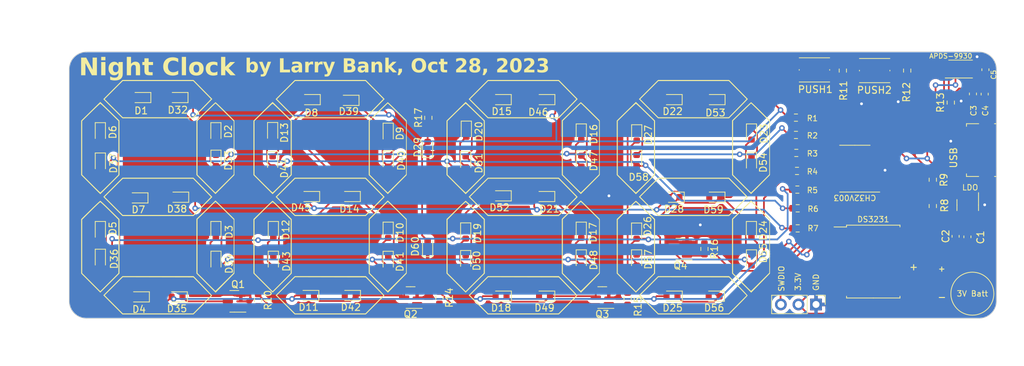
<source format=kicad_pcb>
(kicad_pcb (version 20221018) (generator pcbnew)
  (layers (0 "F.Cu" signal) (31 "B.Cu" signal) (34 "B.Paste" user) (35 "F.Paste" user) (36 "B.SilkS" user "B.Silkscreen") (37 "F.SilkS" user "F.Silkscreen") (38 "B.Mask" user) (39 "F.Mask" user) (44 "Edge.Cuts" user))
  (net 0 "")
  (net 1 "VBAT")
  (net 2 "GND")
  (net 3 "+3.3V")
  (net 4 "COL1")
  (net 5 "Net-(U5-VCC)")
  (net 6 "Net-(D1-K)")
  (net 7 "Net-(D10-A)")
  (net 8 "Net-(D10-K)")
  (net 9 "Net-(D1-A)")
  (net 10 "Net-(D16-A)")
  (net 11 "COL2")
  (net 12 "COL3")
  (net 13 "COL4")
  (net 14 "VBUS")
  (net 18 "unconnected-(J1-Shield-Pad6)")
  (net 19 "SWDIO")
  (net 20 "ROW1")
  (net 21 "ROW2")
  (net 22 "ROW3")
  (net 23 "ROW4")
  (net 24 "ROW5")
  (net 25 "ROW6")
  (net 26 "ROW7")
  (net 27 "SCL")
  (net 28 "SDA")
  (net 29 "Net-(D11-A)")
  (net 30 "Net-(D12-A)")
  (net 31 "BUTT0")
  (net 32 "BUTT1")
  (net 36 "Net-(D13-A)")
  (net 38 "Net-(PUSH1-Pad1)")
  (net 39 "Net-(PUSH2-Pad1)")
  (net 41 "Net-(U5-LDR)")
  (net 42 "Net-(D14-A)")
  (net 43 "Net-(D15-K)")
  (net 44 "Net-(D22-K)")
  (net 45 "Net-(D29-A)")
  (net 46 "Net-(Q1-G)")
  (net 47 "Net-(Q2-G)")
  (net 48 "Net-(Q3-G)")
  (net 49 "Net-(Q4-G)")
  (net 50 "COLON")
  (footprint "LED_SMD:LED_0603_1608Metric" (layer "F.Cu") (at 99 114.7875 -90)
    (fp_text reference "D43")
    (fp_text value "LED")
  )
  (footprint "LED_SMD:LED_0603_1608Metric" (layer "F.Cu") (at 143.5 110.5875 -90)
    (fp_text reference "D17")
    (fp_text value "LED")
  )
  (footprint "LED_SMD:LED_0603_1608Metric" (layer "F.Cu") (at 168.1 114.5875 -90)
    (fp_text reference "D55")
    (fp_text value "LED")
  )
  (footprint "Resistor_SMD:R_0603_1608Metric" (layer "F.Cu") (at 96.8 120.375 -90)
    (fp_text reference "R10")
    (fp_text value "1k")
  )
  (footprint "Resistor_SMD:R_0603_1608Metric" (layer "F.Cu") (at 174.575 99.1)
    (fp_text reference "R3")
    (fp_text value "1K")
  )
  (footprint "LED_SMD:LED_0603_1608Metric" (layer "F.Cu") (at 162.8 91.4 180)
    (fp_text reference "D53")
    (fp_text value "LED")
  )
  (footprint "Capacitor_SMD:C_0603_1608Metric" (layer "F.Cu") (at 201.9 87.075 90)
    (fp_text reference "C5")
    (fp_text value "10uF")
  )
  (footprint "LED_SMD:LED_0603_1608Metric" (layer "F.Cu") (at 126.8 114.6875 -90)
    (fp_text reference "D50")
    (fp_text value "LED")
  )
  (footprint "LED_SMD:LED_0603_1608Metric" (layer "F.Cu") (at 131.9125 119.8 180)
    (fp_text reference "D18")
    (fp_text value "LED")
  )
  (footprint "Battery:CR44_Tabs" (layer "F.Cu") (at 197.016778 111.845)
    (fp_text reference "3V Batt")
    (fp_text value "Battery_Cell")
  )
  (footprint "LED_SMD:LED_0603_1608Metric" (layer "F.Cu") (at 115.6 114.8 -90)
    (fp_text reference "D41")
    (fp_text value "LED")
  )
  (footprint "LED_SMD:LED_0603_1608Metric" (layer "F.Cu") (at 162.7 119.8 180)
    (fp_text reference "D56")
    (fp_text value "LED")
  )
  (footprint "LED_SMD:LED_0603_1608Metric" (layer "F.Cu") (at 131.9 105.3 180)
    (fp_text reference "D52")
    (fp_text value "LED")
  )
  (footprint "LED_SMD:LED_0603_1608Metric" (layer "F.Cu") (at 104.3 91.4 180)
    (fp_text reference "D8")
    (fp_text value "LED")
  )
  (footprint "Package_TO_SOT_SMD:SOT-23-5" (layer "F.Cu") (at 199.35 106.6375 -90)
    (fp_text reference "LDO")
    (fp_text value "AP2127K-3.3")
  )
  (footprint "Resistor_SMD:R_0603_1608Metric" (layer "F.Cu") (at 174.525 96.5)
    (fp_text reference "R2")
    (fp_text value "1K")
  )
  (footprint "LED_SMD:LED_0603_1608Metric" (layer "F.Cu") (at 156.9 105.5 180)
    (fp_text reference "D28")
    (fp_text value "LED")
  )
  (footprint "LED_SMD:LED_0603_1608Metric" (layer "F.Cu") (at 74 114.5 -90)
    (fp_text reference "D36")
    (fp_text value "LED")
  )
  (footprint "Sensor:Avago_APDS-9960" (layer "F.Cu") (at 198.065 86.98)
    (fp_text reference "APDS-9930")
    (fp_text value "APDS-9960")
  )
  (footprint "Capacitor_SMD:C_0603_1608Metric" (layer "F.Cu") (at 199.3 111.225 90)
    (fp_text reference "C1")
    (fp_text value "10uF")
  )
  (footprint "LED_SMD:LED_0603_1608Metric" (layer "F.Cu") (at 110.0875 105.4 180)
    (fp_text reference "D14")
    (fp_text value "LED")
  )
  (footprint "Package_TO_SOT_SMD:SOT-23" (layer "F.Cu") (at 93.3625 120.55 180)
    (fp_text reference "Q1")
    (fp_text value "AO3400A")
  )
  (footprint "Resistor_SMD:R_0603_1608Metric" (layer "F.Cu") (at 190.6 87.2 90)
    (fp_text reference "R12")
    (fp_text value "10K")
  )
  (footprint "LED_SMD:LED_0603_1608Metric" (layer "F.Cu") (at 90.7125 114.7875 -90)
    (fp_text reference "D34")
    (fp_text value "LED")
  )
  (footprint "Resistor_SMD:R_0603_1608Metric" (layer "F.Cu") (at 194.3 102.975 -90)
    (fp_text reference "R9")
    (fp_text value "4.7K")
  )
  (footprint "Resistor_SMD:R_0603_1608Metric" (layer "F.Cu") (at 181.3 87.2 90)
    (fp_text reference "R11")
    (fp_text value "10K")
  )
  (footprint "Resistor_SMD:R_0603_1608Metric" (layer "F.Cu") (at 121.4 94.025 90)
    (fp_text reference "R17")
    (fp_text value "1K")
  )
  (footprint "Resistor_SMD:R_0603_1608Metric" (layer "F.Cu") (at 150.2 120.175 -90)
    (fp_text reference "R15")
    (fp_text value "1k")
  )
  (footprint "LED_SMD:LED_0603_1608Metric" (layer "F.Cu") (at 98.9 100.3875 -90)
    (fp_text reference "D44")
    (fp_text value "LED")
  )
  (footprint "LED_SMD:LED_0603_1608Metric" (layer "F.Cu") (at 74 110.4875 -90)
    (fp_text reference "D5")
    (fp_text value "LED")
  )
  (footprint "LED_SMD:LED_0603_1608Metric" (layer "F.Cu") (at 104.0875 119.7 180)
    (fp_text reference "D11")
    (fp_text value "LED")
  )
  (footprint "LED_SMD:LED_0603_1608Metric" (layer "F.Cu") (at 79.6 119.9 180)
    (fp_text reference "D4")
    (fp_text value "LED")
  )
  (footprint "Resistor_SMD:R_0603_1608Metric" (layer "F.Cu") (at 174.775 107.1)
    (fp_text reference "R6")
    (fp_text value "1K")
  )
  (footprint "LOGO" (layer "F.Cu") (at 160.4112 104.7634)
    (fp_text reference "G***" hide)
    (fp_text value "LOGO" hide)
  )
  (footprint "LED_SMD:LED_0603_1608Metric" (layer "F.Cu") (at 156.6125 119.8 180)
    (fp_text reference "D25")
    (fp_text value "LED")
  )
  (footprint "LED_SMD:LED_0603_1608Metric" (layer "F.Cu") (at 115.6 100.2875 -90)
    (fp_text reference "D40")
    (fp_text value "LED")
  )
  (footprint "Resistor_SMD:R_0603_1608Metric" (layer "F.Cu") (at 174.525 94)
    (fp_text reference "R1")
    (fp_text value "1K")
  )
  (footprint "LED_SMD:LED_0603_1608Metric" (layer "F.Cu") (at 121.3 98.2875 90)
    (fp_text reference "D29")
    (fp_text value "LED")
  )
  (footprint "LED_SMD:LED_0603_1608Metric" (layer "F.Cu") (at 115.6 96.2875 -90)
    (fp_text reference "D9")
    (fp_text value "LED")
  )
  (footprint "Resistor_SMD:R_0603_1608Metric" (layer "F.Cu") (at 194.3 106.775 90)
    (fp_text reference "R8")
    (fp_text value "4.7K")
  )
  (footprint "LED_SMD:LED_0603_1608Metric" (layer "F.Cu") (at 85.0875 119.9 180)
    (fp_text reference "D35")
    (fp_text value "LED")
  )
  (footprint "LED_SMD:LED_0603_1608Metric" (layer "F.Cu") (at 151.5 100.1875 -90)
    (fp_text reference "D58")
    (fp_text value "LED")
  )
  (footprint "Resistor_SMD:R_0603_1608Metric" (layer "F.Cu") (at 174.725 104.4)
    (fp_text reference "R5")
    (fp_text value "1K")
  )
  (footprint "LED_SMD:LED_0603_1608Metric" (layer "F.Cu") (at 126.8875 95.9875 -90)
    (fp_text reference "D20")
    (fp_text value "LED")
  )
  (footprint "LED_SMD:LED_0603_1608Metric" (layer "F.Cu") (at 110.1125 119.7 180)
    (fp_text reference "D42")
    (fp_text value "LED")
  )
  (footprint "Capacitor_SMD:C_0603_1608Metric" (layer "F.Cu") (at 200.1 90.575 -90)
    (fp_text reference "C3")
    (fp_text value "1uF" hide)
  )
  (footprint "Package_SO:TSSOP-20_4.4x6.5mm_P0.65mm" (layer "F.Cu") (at 183.0375 101.375 180)
    (fp_text reference "CH32V003")
    (fp_text value "CH32V003_TSSOP20")
  )
  (footprint "Package_TO_SOT_SMD:SOT-23" (layer "F.Cu") (at 146.537501 120 180)
    (fp_text reference "Q3")
    (fp_text value "AO3400A")
  )
  (footprint "LED_SMD:LED_0603_1608Metric" (layer "F.Cu") (at 90.7125 100.1875 -90)
    (fp_text reference "D33")
    (fp_text value "LED")
  )
  (footprint "LED_SMD:LED_0603_1608Metric" (layer "F.Cu") (at 138.1875 105.4 180)
    (fp_text reference "D21")
    (fp_text value "LED")
  )
  (footprint "LED_SMD:LED_0603_1608Metric" (layer "F.Cu") (at 109.9 91.5 180)
    (fp_text reference "D39")
    (fp_text value "LED")
  )
  (footprint "LOGO" (layer "F.Cu") (at 83.0112 104.7634)
    (fp_text reference "G***" hide)
    (fp_text value "LOGO" hide)
  )
  (footprint "LED_SMD:LED_0603_1608Metric" (layer "F.Cu") (at 168.1 100.4875 -90)
    (fp_text reference "D54")
    (fp_text value "LED")
  )
  (footprint "Resistor_SMD:R_0603_1608Metric" (layer "F.Cu") (at 174.675 101.7)
    (fp_text reference "R4")
    (fp_text value "1K")
  )
  (footprint "LED_SMD:LED_0603_1608Metric" (layer "F.Cu") (at 168.0875 110.4875 -90)
    (fp_text reference "D24")
    (fp_text value "LED")
  )
  (footprint "LED_SMD:LED_0603_1608Metric" (layer "F.Cu") (at 162.7875 105.5 180)
    (fp_text reference "D59")
    (fp_text value "LED")
  )
  (footprint "LED_SMD:LED_0603_1608Metric" (layer "F.Cu") (at 90.7 96.2125 -90)
    (fp_text reference "D2")
    (fp_text value "LED")
  )
  (footprint "LED_SMD:LED_0603_1608Metric" (layer "F.Cu") (at 126.8 100.3875 -90)
    (fp_text reference "D51")
    (fp_text value "LED")
  )
  (footprint "Connector_PinHeader_2.54mm:PinHeader_1x03_P2.54mm_Vertical" (layer "F.Cu") (at 177.425 121 -90)
    (fp_text reference "J3" hide)
    (fp_text value "PROG")
  )
  (footprint "LED_SMD:LED_0603_1608Metric" (layer "F.Cu") (at 143.5 114.5875 -90)
    (fp_text reference "D48")
    (fp_text value "LED")
  )
  (footprint "LED_SMD:LED_0603_1608Metric" (layer "F.Cu") (at 98.9 96.1875 -90)
    (fp_text reference "D13")
    (fp_text value "LED")
  )
  (footprint "Package_SO:SOIC-16W_7.5x10.3mm_P1.27mm" (layer "F.Cu") (at 185.7 114.8)
    (fp_text reference "DS3231")
    (fp_text value "DS3231M")
  )
  (footprint "LED_SMD:LED_0603_1608Metric" (layer "F.Cu") (at 85.1875 91.1 180)
    (fp_text reference "D32")
    (fp_text value "LED")
  )
  (footprint "Button_Switch_SMD:SW_Push_1P1T_NO_Vertical_Wuerth_434133025816" (layer "F.Cu") (at 185.9 87.2 180)
    (fp_text reference "PUSH2")
    (fp_text value "SW_Push")
  )
  (footprint "LED_SMD:LED_0603_1608Metric" (layer "F.Cu") (at 156.6 91.4 180)
    (fp_text reference "D22")
    (fp_text value "LED")
  )
  (footprint "LOGO" (layer "F.Cu") (at 135.8112 104.7634)
    (fp_text reference "G***" hide)
    (fp_text value "LOGO" hide)
  )
  (footprint "Resistor_SMD:R_0603_1608Metric" (layer "F.Cu") (at 161.3 112.975 -90)
    (fp_text reference "R16")
    (fp_text value "1k")
  )
  (footprint "LED_SMD:LED_0603_1608Metric" (layer "F.Cu") (at 151.5 114.5875 -90)
    (fp_text reference "D57")
    (fp_text value "LED")
  )
  (footprint "Resistor_SMD:R_0603_1608Metric" (layer "F.Cu") (at 174.775 110)
    (fp_text reference "R7")
    (fp_text value "1K")
  )
  (footprint "LED_SMD:LED_0603_1608Metric" (layer "F.Cu") (at 115.6 110.5875 -90)
    (fp_text reference "D10")
    (fp_text value "LED")
  )
  (footprint "LED_SMD:LED_0603_1608Metric" (layer "F.Cu") (at 74 100.5875 -90)
    (fp_text reference "D37")
    (fp_text value "LED")
  )
  (footprint "LED_SMD:LED_0603_1608Metric" (layer "F.Cu") (at 151.5 110.7125 -90)
    (fp_text reference "D26")
    (fp_text value "LED")
  )
  (footprint "LED_SMD:LED_0603_1608Metric" (layer "F.Cu") (at 79.4 105.6 180)
    (fp_text reference "D7")
    (fp_text value "LED")
  )
  (footprint "LOGO" (layer "F.Cu") (at 107.9112 104.7634)
    (fp_text reference "G***" hide)
    (fp_text value "LOGO" hide)
  )
  (footprint "LED_SMD:LED_0603_1608Metric" (layer "F.Cu") (at 90.7 110.4875 -90)
    (fp_text reference "D3")
    (fp_text value "LED")
  )
  (footprint "LED_SMD:LED_0603_1608Metric" (layer "F.Cu") (at 85.2875 105.5 180)
    (fp_text reference "D38")
    (fp_text value "LED")
  )
  (footprint "Connector_USB:USB_Micro-B_Molex_47346-0001" (layer "F.Cu") (at 200.875 98.6875 90)
    (fp_text reference "USB")
    (fp_text value "USB_B_Micro")
  )
  (footprint "LED_SMD:LED_0603_1608Metric" (layer "F.Cu") (at 131.9 91.4 180)
    (fp_text reference "D15")
    (fp_text value "LED")
  )
  (footprint "Package_TO_SOT_SMD:SOT-23" (layer "F.Cu") (at 157.837501 113 180)
    (fp_text reference "Q4")
    (fp_text value "AO3400A")
  )
  (footprint "LED_SMD:LED_0603_1608Metric" (layer "F.Cu") (at 121.3 112.6 90)
    (fp_text reference "D60")
    (fp_text value "LED")
  )
  (footprint "Capacitor_SMD:C_0603_1608Metric" (layer "F.Cu") (at 197.6 111.15 90)
    (fp_text reference "C2")
    (fp_text value "100n")
  )
  (footprint "Package_TO_SOT_SMD:SOT-23" (layer "F.Cu") (at 118.837501 120 180)
    (fp_text reference "Q2")
    (fp_text value "AO3400A")
  )
  (footprint "LED_SMD:LED_0603_1608Metric" (layer "F.Cu") (at 151.5125 96.5125 -90)
    (fp_text reference "D27")
    (fp_text value "LED")
  )
  (footprint "LED_SMD:LED_0603_1608Metric" (layer "F.Cu") (at 99 110.4875 -90)
    (fp_text reference "D12")
    (fp_text value "LED")
  )
  (footprint "LED_SMD:LED_0603_1608Metric" (layer "F.Cu") (at 138.2 91.4 180)
    (fp_text reference "D46")
    (fp_text value "LED")
  )
  (footprint "Capacitor_SMD:C_0603_1608Metric" (layer "F.Cu") (at 201.8 90.6 -90)
    (fp_text reference "C4")
    (fp_text value "1uF")
  )
  (footprint "LED_SMD:LED_0603_1608Metric" (layer "F.Cu") (at 143.512499 100.2875 -90)
    (fp_text reference "D47")
    (fp_text value "LED")
  )
  (footprint "LED_SMD:LED_0603_1608Metric" (layer "F.Cu") (at 126.8 110.6875 -90)
    (fp_text reference "D19")
    (fp_text value "LED")
  )
  (footprint "LED_SMD:LED_0603_1608Metric" (layer "F.Cu") (at 74 96.2125 -90)
    (fp_text reference "D6")
    (fp_text value "LED")
  )
  (footprint "LED_SMD:LED_0603_1608Metric" (layer "F.Cu") (at 168.1 96.3875 -90)
    (fp_text reference "D23")
    (fp_text value "LED")
  )
  (footprint "Resistor_SMD:R_0603_1608Metric" (layer "F.Cu") (at 196.9 91.825 -90)
    (fp_text reference "R13")
    (fp_text value "22R")
  )
  (footprint "LED_SMD:LED_0603_1608Metric" (layer "F.Cu") (at 138.1875 119.8 180)
    (fp_text reference "D49")
    (fp_text value "LED")
  )
  (footprint "Resistor_SMD:R_0603_1608Metric" (layer "F.Cu") (at 123 120.025 -90)
    (fp_text reference "R14")
    (fp_text value "1k")
  )
  (footprint "LED_SMD:LED_0603_1608Metric" (layer "F.Cu") (at 143.5 96.3875 -90)
    (fp_text reference "D16")
    (fp_text value "LED")
  )
  (footprint "LED_SMD:LED_0603_1608Metric" (layer "F.Cu") (at 104.212499 105.4 180)
    (fp_text reference "D45")
    (fp_text value "LED")
  )
  (footprint "LED_SMD:LED_0603_1608Metric" (layer "F.Cu") (at 79.8125 91.1 180)
    (fp_text reference "D1")
    (fp_text value "LED")
  )
  (footprint "Button_Switch_SMD:SW_Push_1P1T_NO_Vertical_Wuerth_434133025816" (layer "F.Cu") (at 177.2 87.1 180)
    (fp_text reference "PUSH1")
    (fp_text value "SW_Push")
  )
  (gr_line (start 69.5 120.5) (end 69.5 87) (stroke (width 0.1)) (layer "Edge.Cuts"))
  (gr_arc (start 72 123) (mid 70.232234 122.267767) (end 69.5 120.5) (stroke (width 0.1)) (layer "Edge.Cuts"))
  (gr_line (start 72 84.5) (end 201 84.5) (stroke (width 0.1)) (layer "Edge.Cuts"))
  (gr_line (start 201 123) (end 72 123) (stroke (width 0.1)) (layer "Edge.Cuts"))
  (gr_arc (start 203.5 120.5) (mid 202.767767 122.267766) (end 201 123) (stroke (width 0.1)) (layer "Edge.Cuts"))
  (gr_line (start 203.5 87) (end 203.5 120.5) (stroke (width 0.1)) (layer "Edge.Cuts"))
  (gr_arc (start 201 84.5) (mid 202.767766 85.232233) (end 203.5 87) (stroke (width 0.1)) (layer "Edge.Cuts"))
  (gr_arc (start 69.5 87) (mid 70.232233 85.232234) (end 72 84.5) (stroke (width 0.1)) (layer "Edge.Cuts"))
  (gr_text "+" (at 195 116.3) (layer "F.SilkS") (effects (font (size 0.8 0.8) (thickness 0.15) bold) (justify left bottom)))
  (gr_text "GND" (at 177.9 119.1 90) (layer "F.SilkS") (effects (font (size 0.8 0.8) (thickness 0.125)) (justify left bottom)))
  (gr_text "3.3V" (at 175.3 119.1 90) (layer "F.SilkS") (effects (font (size 0.8 0.8) (thickness 0.125)) (justify left bottom)))
  (gr_text "Night Clock" (at 70.9 88.3) (layer "F.SilkS") (effects (font (size 2.5 2.5) (thickness 0.3) bold) (justify left bottom)))
  (gr_text "by Larry Bank, Oct 28, 2023" (at 94.9 87.8) (layer "F.SilkS") (effects (font (size 2 2) (thickness 0.3) bold) (justify left bottom)))
  (gr_text "SWDIO" (at 172.9 119.2 90) (layer "F.SilkS") (effects (font (size 0.8 0.8) (thickness 0.125)) (justify left bottom)))
  (segment (start 194.516778 114.430027) (end 194.516778 117.345) (width 0.25) (layer "F.Cu") (net 1))
  (segment (start 192.981751 112.895) (end 194.516778 114.430027) (width 0.25) (layer "F.Cu") (net 1))
  (segment (start 190.35 112.895) (end 192.981751 112.895) (width 0.25) (layer "F.Cu") (net 1))
  (segment (start 197.0125 97.3875) (end 197 97.4) (width 0.25) (layer "F.Cu") (net 2))
  (segment (start 199.225 110.375) (end 199.3 110.45) (width 0.25) (layer "F.Cu") (net 2))
  (segment (start 181.05 115.435) (end 181.05 119.245) (width 0.25) (layer "F.Cu") (net 2))
  (segment (start 200.065749 106.6) (end 201.8 106.6) (width 0.25) (layer "F.Cu") (net 2))
  (segment (start 199.415 97.3875) (end 197.0125 97.3875) (width 0.25) (layer "F.Cu") (net 2))
  (segment (start 197 97.4) (end 196.9 97.4) (width 0.25) (layer "F.Cu") (net 2))
  (segment (start 185.9 100.4) (end 186.025 100.275) (width 0.25) (layer "F.Cu") (net 2))
  (segment (start 196.9 97.4) (end 196.9 97.5) (width 0.25) (layer "F.Cu") (net 2))
  (segment (start 200.205 86.905) (end 198.775 86.905) (width 0.25) (layer "F.Cu") (net 2))
  (segment (start 199.35 105.884251) (end 200.065749 106.6) (width 0.25) (layer "F.Cu") (net 2))
  (segment (start 201.8 86.3) (end 200.7 85.2) (width 0.25) (layer "F.Cu") (net 2))
  (segment (start 186.025 100.275) (end 186.477145 100.275) (width 0.25) (layer "F.Cu") (net 2))
  (segment (start 187.4 101.197855) (end 187.4 101.6) (width 0.25) (layer "F.Cu") (net 2))
  (segment (start 200.7 86.41) (end 200.205 86.905) (width 0.25) (layer "F.Cu") (net 2))
  (segment (start 199.35 105.5) (end 199.35 105.884251) (width 0.25) (layer "F.Cu") (net 2))
  (segment (start 190.35 114.165) (end 190.35 119.245) (width 0.25) (layer "F.Cu") (net 2))
  (segment (start 197.6 110.375) (end 199.225 110.375) (width 0.25) (layer "F.Cu") (net 2))
  (segment (start 196.9 97.5) (end 197 97.4) (width 0.25) (layer "F.Cu") (net 2))
  (segment (start 186.477145 100.275) (end 187.4 101.197855) (width 0.25) (layer "F.Cu") (net 2))
  (segment (start 200 91.721751) (end 200 91.275) (width 0.25) (layer "F.Cu") (net 2))
  (segment (start 198.775 86.905) (end 198.55 87.13) (width 0.25) (layer "F.Cu") (net 2))
  (segment (start 200.7 85.2) (end 200.7 86.41) (width 0.25) (layer "F.Cu") (net 2))
  (segment (start 201.9 86.3) (end 201.8 86.3) (width 0.25) (layer "F.Cu") (net 2))
  (segment (start 198.55 87.13) (end 198.55 87.68) (width 0.25) (layer "F.Cu") (net 2))
  (via (at 187.4 101.6) (size 0.8) (drill 0.4) (layers "F.Cu" "B.Cu") (net 2))
  (via (at 198.4 91.6) (size 0.8) (drill 0.4) (layers "F.Cu" "B.Cu") (net 2))
  (via (at 201.8 106.6) (size 0.8) (drill 0.4) (layers "F.Cu" "B.Cu") (net 2))
  (via (at 184 92) (size 0.8) (drill 0.4) (layers "F.Cu" "B.Cu") (net 2))
  (via (at 147.5 105.3) (size 0.8) (drill 0.4) (layers "F.Cu" "B.Cu") (net 2))
  (via (at 200.7 85.2) (size 0.8) (drill 0.4) (layers "F.Cu" "B.Cu") (net 2))
  (via (at 189.3 91.7) (size 0.8) (drill 0.4) (layers "F.Cu" "B.Cu") (net 2))
  (via (at 160.7 109.5) (size 0.8) (drill 0.4) (layers "F.Cu" "B.Cu") (net 2))
  (via (at 196.9 97.4) (size 0.8) (drill 0.4) (layers "F.Cu" "B.Cu") (net 2))
  (segment (start 194.3 103.8) (end 195.1 103) (width 0.25) (layer "F.Cu") (net 3))
  (segment (start 198.6 111.925) (end 199.225 111.925) (width 0.25) (layer "F.Cu") (net 3))
  (segment (start 179.1 113.148249) (end 180.623249 111.625) (width 0.25) (layer "F.Cu") (net 3))
  (segment (start 200.3 107.775) (end 200.3 109) (width 0.25) (layer "F.Cu") (net 3))
  (segment (start 198.6 120.4) (end 198.6 111.925) (width 0.25) (layer "F.Cu") (net 3))
  (segment (start 200.3 111) (end 199.3 112) (width 0.25) (layer "F.Cu") (net 3))
  (segment (start 194.3 105.95) (end 194.3 103.8) (width 0.25) (layer "F.Cu") (net 3))
  (segment (start 202.6 90.625) (end 202.6 91.827817) (width 0.25) (layer "F.Cu") (net 3))
  (segment (start 201.8 87.95) (end 201.9 87.85) (width 0.25) (layer "F.Cu") (net 3))
  (segment (start 198.3 93.421751) (end 197.671751 93.421751) (width 0.25) (layer "F.Cu") (net 3))
  (segment (start 176.21 122.325) (end 196.675 122.325) (width 0.25) (layer "F.Cu") (net 3))
  (segment (start 201.8 89.825) (end 202.6 90.625) (width 0.25) (layer "F.Cu") (net 3))
  (segment (start 201.665 89.825) (end 199.52 87.68) (width 0.25) (layer "F.Cu") (net 3))
  (segment (start 201.8 89.825) (end 201.665 89.825) (width 0.25) (layer "F.Cu") (net 3))
  (segment (start 197.6 111.925) (end 198.6 111.925) (width 0.25) (layer "F.Cu") (net 3))
  (segment (start 196.675 122.325) (end 198.6 120.4) (width 0.25) (layer "F.Cu") (net 3))
  (segment (start 179.1 116.785) (end 179.1 113.148249) (width 0.25) (layer "F.Cu") (net 3))
  (segment (start 180.623249 111.625) (end 181.05 111.625) (width 0.25) (layer "F.Cu") (net 3))
  (segment (start 194.503858 105.95) (end 197.553858 109) (width 0.25) (layer "F.Cu") (net 3))
  (segment (start 185.9 99.1) (end 189.7 99.1) (width 0.25) (layer "F.Cu") (net 3))
  (segment (start 193.5 98.221751) (end 198.3 93.421751) (width 0.25) (layer "F.Cu") (net 3))
  (segment (start 201.8 89.825) (end 201.8 87.95) (width 0.25) (layer "F.Cu") (net 3))
  (segment (start 193.5 99.9) (end 193.5 98.221751) (width 0.25) (layer "F.Cu") (net 3))
  (segment (start 194.3 105.95) (end 194.503858 105.95) (width 0.25) (layer "F.Cu") (net 3))
  (segment (start 195.1 103) (end 195.1 101.5) (width 0.25) (layer "F.Cu") (net 3))
  (segment (start 174.885 121) (end 176.21 122.325) (width 0.25) (layer "F.Cu") (net 3))
  (segment (start 201.006066 93.421751) (end 198.3 93.421751) (width 0.25) (layer "F.Cu") (net 3))
  (segment (start 197.671751 93.421751) (end 196.9 92.65) (width 0.25) (layer "F.Cu") (net 3))
  (segment (start 174.885 121) (end 179.1 116.785) (width 0.25) (layer "F.Cu") (net 3))
  (segment (start 200.3 109) (end 200.3 111) (width 0.25) (layer "F.Cu") (net 3))
  (segment (start 195.1 101.5) (end 193.5 99.9) (width 0.25) (layer "F.Cu") (net 3))
  (segment (start 201.775 89.8) (end 201.8 89.825) (width 0.25) (layer "F.Cu") (net 3))
  (segment (start 197.553858 109) (end 200.3 109) (width 0.25) (layer "F.Cu") (net 3))
  (segment (start 199.225 111.925) (end 199.3 112) (width 0.25) (layer "F.Cu") (net 3))
  (segment (start 189.7 99.1) (end 190.5 99.9) (width 0.25) (layer "F.Cu") (net 3))
  (segment (start 202.6 91.827817) (end 201.006066 93.421751) (width 0.25) (layer "F.Cu") (net 3))
  (via (at 190.5 99.9) (size 0.8) (drill 0.4) (layers "F.Cu" "B.Cu") (net 3))
  (via (at 193.5 99.9) (size 0.8) (drill 0.4) (layers "F.Cu" "B.Cu") (net 3))
  (segment (start 190.5 99.9) (end 193.5 99.9) (width 0.25) (layer "B.Cu") (net 3))
  (segment (start 165.1 122.6) (end 99.85 122.6) (width 0.25) (layer "F.Cu") (net 4))
  (segment (start 180.175 103.65) (end 180.863541 103.65) (width 0.25) (layer "F.Cu") (net 4))
  (segment (start 99.85 122.6) (end 96.8 119.55) (width 0.25) (layer "F.Cu") (net 4))
  (segment (start 181.3 104.086459) (end 181.3 106.4) (width 0.25) (layer "F.Cu") (net 4))
  (segment (start 180.863541 103.65) (end 181.3 104.086459) (width 0.25) (layer "F.Cu") (net 4))
  (segment (start 181.3 106.4) (end 165.1 122.6) (width 0.25) (layer "F.Cu") (net 4))
  (segment (start 196.61 87.68) (end 196.61 90.71) (width 0.25) (layer "F.Cu") (net 5))
  (segment (start 198.1 89.8) (end 200.1 89.8) (width 0.25) (layer "F.Cu") (net 5))
  (segment (start 196.61 90.71) (end 196.9 91) (width 0.25) (layer "F.Cu") (net 5))
  (segment (start 196.9 91) (end 198.1 89.8) (width 0.25) (layer "F.Cu") (net 5))
  (segment (start 91.5 96.225) (end 91.5 98.6125) (width 0.25) (layer "F.Cu") (net 6))
  (segment (start 85.975 91.1) (end 85.975 93.200305) (width 0.25) (layer "F.Cu") (net 6))
  (segment (start 80.6 91.1) (end 81.4 91.9) (width 0.25) (layer "F.Cu") (net 6))
  (segment (start 80.3875 119.9) (end 81.1875 119.1) (width 0.25) (layer "F.Cu") (net 6))
  (segment (start 91.5 110.5) (end 90.7 109.7) (width 0.25) (layer "F.Cu") (net 6))
  (segment (start 91.5 113.2125) (end 91.5 110.5) (width 0.25) (layer "F.Cu") (net 6))
  (segment (start 80.1875 105.6) (end 80.8875 106.3) (width 0.25) (layer "F.Cu") (net 6))
  (segment (start 81.4 91.9) (end 82 91.9) (width 0.25) (layer "F.Cu") (net 6))
  (segment (start 86.075 106.500305) (end 89.274695 109.7) (width 0.25) (layer "F.Cu") (net 6))
  (segment (start 86.525 120.55) (end 92.425 120.55) (width 0.25) (layer "F.Cu") (net 6))
  (segment (start 90.7125 114) (end 91.5 113.2125) (width 0.25) (layer "F.Cu") (net 6))
  (segment (start 74 99.8) (end 74.8 99) (width 0.25) (layer "F.Cu") (net 6))
  (segment (start 74.8 96.225) (end 74 95.425) (width 0.25) (layer "F.Cu") (net 6))
  (segment (start 74.8 112.9125) (end 74 113.7125) (width 0.25) (layer "F.Cu") (net 6))
  (segment (start 86.075 105.5) (end 86.075 106.500305) (width 0.25) (layer "F.Cu") (net 6))
  (segment (start 81.1875 119.1) (end 85.075 119.1) (width 0.25) (layer "F.Cu") (net 6))
  (segment (start 89.274695 109.7) (end 90.7 109.7) (width 0.25) (layer "F.Cu") (net 6))
  (segment (start 74.8 110.5) (end 74.8 112.9125) (width 0.25) (layer "F.Cu") (net 6))
  (segment (start 74.8 99) (end 74.8 96.225) (width 0.25) (layer "F.Cu") (net 6))
  (segment (start 85.175 91.9) (end 85.975 91.1) (width 0.25) (layer "F.Cu") (net 6))
  (segment (start 82 91.9) (end 85.175 91.9) (width 0.25) (layer "F.Cu") (net 6))
  (segment (start 86.525 120.55) (end 85.875 119.9) (width 0.25) (layer "F.Cu") (net 6))
  (segment (start 76.625 95.925) (end 75.8625 95.1625) (width 0.25) (layer "F.Cu") (net 6))
  (segment (start 76.625 107.075) (end 76.625 95.925) (width 0.25) (layer "F.Cu") (net 6))
  (segment (start 85.975 93.200305) (end 88.517893 95.743198) (width 0.25) (layer "F.Cu") (net 6))
  (segment (start 85.075 119.1) (end 85.875 119.9) (width 0.25) (layer "F.Cu") (net 6))
  (segment (start 76.74375 109.04375) (end 76.74375 116.25625) (width 0.25) (layer "F.Cu") (net 6))
  (segment (start 76.74375 116.25625) (end 80.3875 119.9) (width 0.25) (layer "F.Cu") (net 6))
  (segment (start 91.5 98.6125) (end 90.7125 99.4) (width 0.25) (layer "F.Cu") (net 6))
  (segment (start 90.7 95.425) (end 91.5 96.225) (width 0.25) (layer "F.Cu") (net 6))
  (segment (start 76.0875 109.7) (end 76.74375 109.04375) (width 0.25) (layer "F.Cu") (net 6))
  (segment (start 75.8625 95.1625) (end 79.125 91.9) (width 0.25) (layer "F.Cu") (net 6))
  (segment (start 79.125 91.9) (end 82 91.9) (width 0.25) (layer "F.Cu") (net 6))
  (segment (start 74 109.7) (end 74.8 110.5) (width 0.25) (layer "F.Cu") (net 6))
  (segment (start 80.8875 106.3) (end 85.275 106.3) (width 0.25) (layer "F.Cu") (net 6))
  (segment (start 76.74375 109.04375) (end 79.869302 105.918198) (width 0.25) (layer "F.Cu") (net 6))
  (segment (start 88.517893 95.743198) (end 90.381802 95.743198) (width 0.25) (layer "F.Cu") (net 6))
  (segment (start 74 109.7) (end 76.0875 109.7) (width 0.25) (layer "F.Cu") (net 6))
  (segment (start 85.275 106.3) (end 86.075 105.5) (width 0.25) (layer "F.Cu") (net 6))
  (segment (start 74 109.7) (end 76.625 107.075) (width 0.25) (layer "F.Cu") (net 6))
  (segment (start 74.8 96.225) (end 75.8625 95.1625) (width 0.25) (layer "F.Cu") (net 6))
  (segment (start 141.675 114.575) (end 141.6 114.5) (width 0.25) (layer "F.Cu") (net 7))
  (segment (start 90.7 111.275) (end 89.9125 112.0625) (width 0.25) (layer "F.Cu") (net 7))
  (segment (start 167.975 115.375) (end 167.1 114.5) (width 0.25) (layer "F.Cu") (net 7))
  (segment (start 115.6 115.5875) (end 114.3875 115.5875) (width 0.25) (layer "F.Cu") (net 7))
  (segment (start 142.7 114.575) (end 142.7 112.175) (width 0.25) (layer "F.Cu") (net 7))
  (segment (start 89.9125 112.0625) (end 89.9125 114.775) (width 0.25) (layer "F.Cu") (net 7))
  (segment (start 168.8 104.05) (end 173.75 99.1) (width 0.25) (layer "F.Cu") (net 7))
  (segment (start 115.6 115.5875) (end 114.8 114.7875) (width 0.25) (layer "F.Cu") (net 7))
  (segment (start 143.5 115.375) (end 142.7 114.575) (width 0.25) (layer "F.Cu") (net 7))
  (segment (start 168.8875 110.475) (end 168.8875 109.256021) (width 0.25) (layer "F.Cu") (net 7))
  (segment (start 142.7 112.175) (end 143.5 111.375) (width 0.25) (layer "F.Cu") (net 7))
  (segment (start 114.8 112.175) (end 115.6 111.375) (width 0.25) (layer "F.Cu") (net 7))
  (segment (start 168.1 115.375) (end 168.9 114.575) (width 0.25) (layer "F.Cu") (net 7))
  (segment (start 168.8875 109.256021) (end 168.8 109.168521) (width 0.25) (layer "F.Cu") (net 7))
  (segment (start 168.9 114.575) (end 168.9 112.0875) (width 0.25) (layer "F.Cu") (net 7))
  (segment (start 168.8 109.168521) (end 168.8 104.05) (width 0.25) (layer "F.Cu") (net 7))
  (segment (start 168.1 115.375) (end 167.975 115.375) (width 0.25) (layer "F.Cu") (net 7))
  (segment (start 142.7 114.575) (end 141.675 114.575) (width 0.25) (layer "F.Cu") (net 7))
  (segment (start 91.325 115.575) (end 92.4 114.5) (width 0.25) (layer "F.Cu") (net 7))
  (segment (start 114.8 114.7875) (end 114.8 112.175) (width 0.25) (layer "F.Cu") (net 7))
  (segment (start 168.0875 111.275) (end 168.8875 110.475) (width 0.25) (layer "F.Cu") (net 7))
  (segment (start 90.7125 115.575) (end 91.325 115.575) (width 0.25) (layer "F.Cu") (net 7))
  (segment (start 114.3875 115.5875) (end 113.3 114.5) (width 0.25) (layer "F.Cu") (net 7))
  (segment (start 168.9 112.0875) (end 168.0875 111.275) (width 0.25) (layer "F.Cu") (net 7))
  (segment (start 89.9125 114.775) (end 90.7125 115.575) (width 0.25) (layer "F.Cu") (net 7))
  (via (at 113.3 114.5) (size 0.8) (drill 0.4) (layers "F.Cu" "B.Cu") (net 7))
  (via (at 167.1 114.5) (size 0.8) (drill 0.4) (layers "F.Cu" "B.Cu") (net 7))
  (via (at 92.4 114.5) (size 0.8) (drill 0.4) (layers "F.Cu" "B.Cu") (net 7))
  (via (at 141.6 114.5) (size 0.8) (drill 0.4) (layers "F.Cu" "B.Cu") (net 7))
  (segment (start 117.6 114.5) (end 92.4 114.5) (width 0.25) (layer "B.Cu") (net 7))
  (segment (start 167.1 114.5) (end 145.6 114.5) (width 0.25) (layer "B.Cu") (net 7))
  (segment (start 145.6 114.5) (end 117.6 114.5) (width 0.25) (layer "B.Cu") (net 7))
  (segment (start 105.0875 91.4) (end 105.9875 92.3) (width 0.25) (layer "F.Cu") (net 8))
  (segment (start 105.675 120.5) (end 110.1 120.5) (width 0.25) (layer "F.Cu") (net 8))
  (segment (start 99 114) (end 99.8 113.2) (width 0.25) (layer "F.Cu") (net 8))
  (segment (start 99.8 110.5) (end 99 109.7) (width 0.25) (layer "F.Cu") (net 8))
  (segment (start 116.4 113.2125) (end 116.4 110.6) (width 0.25) (layer "F.Cu") (net 8))
  (segment (start 105.9875 92.3) (end 109.8875 92.3) (width 0.25) (layer "F.Cu") (net 8))
  (segment (start 105.799999 106.2) (end 107.3 106.2) (width 0.25) (layer "F.Cu") (net 8))
  (segment (start 110.9 119.7) (end 117.600001 119.7) (width 0.25) (layer "F.Cu") (net 8))
  (segment (start 99.7 96.2) (end 100.2875 96.2) (width 0.25) (layer "F.Cu") (net 8))
  (segment (start 104.875 119.7) (end 105.675 120.5) (width 0.25) (layer "F.Cu") (net 8))
  (segment (start 110.075 106.2) (end 110.875 105.4) (width 0.25) (layer "F.Cu") (net 8))
  (segment (start 116.4 98.7) (end 116.4 96.3) (width 0.25) (layer "F.Cu") (net 8))
  (segment (start 110.875 105.4) (end 111.2 105.4) (width 0.25) (layer "F.Cu") (net 8))
  (segment (start 110.875 105.4) (end 101.425 95.95) (width 0.25) (layer "F.Cu") (net 8))
  (segment (start 104.999999 105.4) (end 105.799999 106.2) (width 0.25) (layer "F.Cu") (net 8))
  (segment (start 98.9 99.6) (end 99.7 98.8) (width 0.25) (layer "F.Cu") (net 8))
  (segment (start 99.7 98.8) (end 99.7 96.2) (width 0.25) (layer "F.Cu") (net 8))
  (segment (start 100.2875 96.2) (end 105.0875 91.4) (width 0.25) (layer "F.Cu") (net 8))
  (segment (start 114.6875 95.5) (end 110.6875 91.5) (width 0.25) (layer "F.Cu") (net 8))
  (segment (start 115.6 114.0125) (end 116.4 113.2125) (width 0.25) (layer "F.Cu") (net 8))
  (segment (start 110.1 120.5) (end 110.9 119.7) (width 0.25) (layer "F.Cu") (net 8))
  (segment (start 115.6 99.5) (end 116.4 98.7) (width 0.25) (layer "F.Cu") (net 8))
  (segment (start 117.900001 116.312501) (end 117.900001 120) (width 0.25) (layer "F.Cu") (net 8))
  (segment (start 99.45 95.95) (end 98.9 95.4) (width 0.25) (layer "F.Cu") (net 8))
  (segment (start 107.3 106.2) (end 110.075 106.2) (width 0.25) (layer "F.Cu") (net 8))
  (segment (start 116.4 110.6) (end 115.6 109.8) (width 0.25) (layer "F.Cu") (net 8))
  (segment (start 116.4 96.3) (end 115.6 95.5) (width 0.25) (layer "F.Cu") (net 8))
  (segment (start 115.6 114.0125) (end 117.900001 116.312501) (width 0.25) (layer "F.Cu") (net 8))
  (segment (start 99.7 96.2) (end 99.45 95.95) (width 0.25) (layer "F.Cu") (net 8))
  (segment (start 117.600001 119.7) (end 117.900001 120) (width 0.25) (layer "F.Cu") (net 8))
  (segment (start 101.425 95.95) (end 99.45 95.95) (width 0.25) (layer "F.Cu") (net 8))
  (segment (start 99 109.7) (end 103.8 109.7) (width 0.25) (layer "F.Cu") (net 8))
  (segment (start 109.8875 92.3) (end 110.6875 91.5) (width 0.25) (layer "F.Cu") (net 8))
  (segment (start 115.6 95.5) (end 114.6875 95.5) (width 0.25) (layer "F.Cu") (net 8))
  (segment (start 99.8 113.2) (end 99.8 110.5) (width 0.25) (layer "F.Cu") (net 8))
  (segment (start 111.2 105.4) (end 115.6 109.8) (width 0.25) (layer "F.Cu") (net 8))
  (segment (start 103.8 109.7) (end 107.3 106.2) (width 0.25) (layer "F.Cu") (net 8))
  (segment (start 161.2125 90.6) (end 162.0125 91.4) (width 0.25) (layer "F.Cu") (net 9))
  (segment (start 84.4 91.1) (end 85.2 90.3) (width 0.25) (layer "F.Cu") (net 9))
  (segment (start 79.025 91.1) (end 79.825 90.3) (width 0.25) (layer "F.Cu") (net 9))
  (segment (start 160.7 90.6) (end 161.2125 90.6) (width 0.25) (layer "F.Cu") (net 9))
  (segment (start 85.2 90.3) (end 86.418979 90.3) (width 0.25) (layer "F.Cu") (net 9))
  (segment (start 109.1125 91.5) (end 109.9125 90.7) (width 0.25) (layer "F.Cu") (net 9))
  (segment (start 112.8 90.7) (end 115.7 93.6) (width 0.25) (layer "F.Cu") (net 9))
  (segment (start 86.418979 90.3) (end 87.4 91.281021) (width 0.25) (layer "F.Cu") (net 9))
  (segment (start 108.2125 90.6) (end 109.1125 91.5) (width 0.25) (layer "F.Cu") (net 9))
  (segment (start 173.7 94) (end 173.4 94) (width 0.25) (layer "F.Cu") (net 9))
  (segment (start 170 90.6) (end 160.7 90.6) (width 0.25) (layer "F.Cu") (net 9))
  (segment (start 103.5125 91.4) (end 104.3125 90.6) (width 0.25) (layer "F.Cu") (net 9))
  (segment (start 79.825 90.3) (end 83.6 90.3) (width 0.25) (layer "F.Cu") (net 9))
  (segment (start 87.4 91.281021) (end 87.4 93.6) (width 0.25) (layer "F.Cu") (net 9))
  (segment (start 109.9125 90.7) (end 112.8 90.7) (width 0.25) (layer "F.Cu") (net 9))
  (segment (start 137.4125 91.4) (end 138.2125 90.6) (width 0.25) (layer "F.Cu") (net 9))
  (segment (start 155.8125 91.4) (end 156.6125 90.6) (width 0.25) (layer "F.Cu") (net 9))
  (segment (start 83.6 90.3) (end 84.4 91.1) (width 0.25) (layer "F.Cu") (net 9))
  (segment (start 131.9125 90.6) (end 136.6125 90.6) (width 0.25) (layer "F.Cu") (net 9))
  (segment (start 139.431479 90.6) (end 139.75 90.918521) (width 0.25) (layer "F.Cu") (net 9))
  (segment (start 173.4 94) (end 172.3 92.9) (width 0.25) (layer "F.Cu") (net 9))
  (segment (start 139.75 93.35) (end 139.3 93.8) (width 0.25) (layer "F.Cu") (net 9))
  (segment (start 131.1125 91.4) (end 131.9125 90.6) (width 0.25) (layer "F.Cu") (net 9))
  (segment (start 138.2125 90.6) (end 139.431479 90.6) (width 0.25) (layer "F.Cu") (net 9))
  (segment (start 156.6125 90.6) (end 160.7 90.6) (width 0.25) (layer "F.Cu") (net 9))
  (segment (start 139.75 90.918521) (end 139.75 93.35) (width 0.25) (layer "F.Cu") (net 9))
  (segment (start 136.6125 90.6) (end 137.4125 91.4) (width 0.25) (layer "F.Cu") (net 9))
  (segment (start 104.3125 90.6) (end 108.2125 90.6) (width 0.25) (layer "F.Cu") (net 9))
  (segment (start 172.3 92.9) (end 170 90.6) (width 0.25) (layer "F.Cu") (net 9))
  (via (at 87.4 93.6) (size 0.8) (drill 0.4) (layers "F.Cu" "B.Cu") (net 9))
  (via (at 115.7 93.6) (size 0.8) (drill 0.4) (layers "F.Cu" "B.Cu") (net 9))
  (via (at 172.3 92.9) (size 0.8) (drill 0.4) (layers "F.Cu" "B.Cu") (net 9))
  (via (at 139.3 93.8) (size 0.8) (drill 0.4) (layers "F.Cu" "B.Cu") (net 9))
  (segment (start 87.5 93.7) (end 87.4 93.6) (width 0.25) (layer "B.Cu") (net 9))
  (segment (start 139.9 97.425) (end 139.9 94.5) (width 0.25) (layer "B.Cu") (net 9))
  (segment (start 139.3 93.9) (end 139.3 93.8) (width 0.25) (layer "B.Cu") (net 9))
  (segment (start 172.3 92.9) (end 167.775 97.425) (width 0.25) (layer "B.Cu") (net 9))
  (segment (start 139.9 97.425) (end 119.999695 97.425) (width 0.25) (layer "B.Cu") (net 9))
  (segment (start 167.775 97.425) (end 139.9 97.425) (width 0.25) (layer "B.Cu") (net 9))
  (segment (start 139.9 94.5) (end 139.3 93.9) (width 0.25) (layer "B.Cu") (net 9))
  (segment (start 116.274695 93.7) (end 87.5 93.7) (width 0.25) (layer "B.Cu") (net 9))
  (segment (start 119.999695 97.425) (end 116.274695 93.7) (width 0.25) (layer "B.Cu") (net 9))
  (segment (start 91.225 100.975) (end 92.9 99.3) (width 0.25) (layer "F.Cu") (net 10))
  (segment (start 173.7 96.5) (end 173.5 96.5) (width 0.25) (layer "F.Cu") (net 10))
  (segment (start 143.512499 101.075) (end 142.712499 100.275) (width 0.25) (layer "F.Cu") (net 10))
  (segment (start 90.7125 100.975) (end 91.225 100.975) (width 0.25) (layer "F.Cu") (net 10))
  (segment (start 115.625 101.075) (end 117.4 99.3) (width 0.25) (layer "F.Cu") (net 10))
  (segment (start 114.8 97.875) (end 115.6 97.075) (width 0.25) (layer "F.Cu") (net 10))
  (segment (start 142.712499 97.962501) (end 143.5 97.175) (width 0.25) (layer "F.Cu") (net 10))
  (segment (start 90.7125 100.975) (end 90.11875 100.38125) (width 0.25) (layer "F.Cu") (net 10))
  (segment (start 114.8 100.275) (end 114.8 97.875) (width 0.25) (layer "F.Cu") (net 10))
  (segment (start 115.6 101.075) (end 114.8 100.275) (width 0.25) (layer "F.Cu") (net 10))
  (segment (start 142.712499 99.2) (end 141.4 99.2) (width 0.25) (layer "F.Cu") (net 10))
  (segment (start 89.9125 97.7875) (end 90.7 97) (width 0.25) (layer "F.Cu") (net 10))
  (segment (start 167.3 99.3) (end 167.3 97.975) (width 0.25) (layer "F.Cu") (net 10))
  (segment (start 90.11875 100.38125) (end 89.9125 100.175) (width 0.25) (layer "F.Cu") (net 10))
  (segment (start 167.3 97.975) (end 168.1 97.175) (width 0.25) (layer "F.Cu") (net 10))
  (segment (start 115.6 101.075) (end 115.625 101.075) (width 0.25) (layer "F.Cu") (net 10))
  (segment (start 142.712499 100.275) (end 142.712499 99.2) (width 0.25) (layer "F.Cu") (net 10))
  (segment (start 89.9125 100.175) (end 89.9125 97.7875) (width 0.25) (layer "F.Cu") (net 10))
  (segment (start 167.3 100.475) (end 167.3 99.3) (width 0.25) (layer "F.Cu") (net 10))
  (segment (start 168.1 101.275) (end 167.3 100.475) (width 0.25) (layer "F.Cu") (net 10))
  (segment (start 167.3 99.3) (end 166.4 99.3) (width 0.25) (layer "F.Cu") (net 10))
  (segment (start 173.5 96.5) (end 172.5 95.5) (width 0.25) (layer "F.Cu") (net 10))
  (segment (start 142.712499 99.2) (end 142.712499 97.962501) (width 0.25) (layer "F.Cu") (net 10))
  (via (at 117.4 99.3) (size 0.8) (drill 0.4) (layers "F.Cu" "B.Cu") (net 10))
  (via (at 141.4 99.2) (size 0.8) (drill 0.4) (layers "F.Cu" "B.Cu") (net 10))
  (via (at 166.4 99.3) (size 0.8) (drill 0.4) (layers "F.Cu" "B.Cu") (net 10))
  (via (at 172.5 95.5) (size 0.8) (drill 0.4) (layers "F.Cu" "B.Cu") (net 10))
  (via (at 92.9 99.3) (size 0.8) (drill 0.4) (layers "F.Cu" "B.Cu") (net 10))
  (segment (start 172.5 95.5) (end 168.7 99.3) (width 0.25) (layer "B.Cu") (net 10))
  (segment (start 117.8 99.3) (end 92.9 99.3) (width 0.25) (layer "B.Cu") (net 10))
  (segment (start 168.7 99.3) (end 145.8 99.3) (width 0.25) (layer "B.Cu") (net 10))
  (segment (start 145.8 99.3) (end 123.3 99.3) (width 0.25) (layer "B.Cu") (net 10))
  (segment (start 123.3 99.3) (end 117.8 99.3) (width 0.25) (layer "B.Cu") (net 10))
  (segment (start 125.9 122.1) (end 123 119.2) (width 0.25) (layer "F.Cu") (net 11))
  (segment (start 180.175 106.642462) (end 164.717462 122.1) (width 0.25) (layer "F.Cu") (net 11))
  (segment (start 180.175 104.3) (end 180.175 106.642462) (width 0.25) (layer "F.Cu") (net 11))
  (segment (start 164.717462 122.1) (end 125.9 122.1) (width 0.25) (layer "F.Cu") (net 11))
  (segment (start 181.2375 98.1375) (end 173.25 90.15) (width 0.25) (layer "F.Cu") (net 12))
  (segment (start 181.2375 101.4375) (end 181.2375 98.1375) (width 0.25) (layer "F.Cu") (net 12))
  (segment (start 184.1 104.3) (end 181.2375 101.4375) (width 0.25) (layer "F.Cu") (net 12))
  (segment (start 155.818521 90.15) (end 150.2 95.768521) (width 0.25) (layer "F.Cu") (net 12))
  (segment (start 173.25 90.15) (end 155.818521 90.15) (width 0.25) (layer "F.Cu") (net 12))
  (segment (start 150.2 95.768521) (end 150.2 119.35) (width 0.25) (layer "F.Cu") (net 12))
  (segment (start 185.9 104.3) (end 184.1 104.3) (width 0.25) (layer "F.Cu") (net 12))
  (segment (start 161.3 112.15) (end 165.2875 116.1375) (width 0.25) (layer "F.Cu") (net 13))
  (segment (start 182.5 109.1) (end 180.6 109.1) (width 0.25) (layer "F.Cu") (net 13))
  (segment (start 176.1 113.6) (end 176.1 113.8) (width 0.25) (layer "F.Cu") (net 13))
  (segment (start 187 104.6) (end 182.5 109.1) (width 0.25) (layer "F.Cu") (net 13))
  (segment (start 180.6 109.1) (end 176.1 113.6) (width 0.25) (layer "F.Cu") (net 13))
  (segment (start 186.588541 103.65) (end 187 104.061459) (width 0.25) (layer "F.Cu") (net 13))
  (segment (start 169.2625 116.1375) (end 173.5 111.9) (width 0.25) (layer "F.Cu") (net 13))
  (segment (start 187 104.061459) (end 187 104.6) (width 0.25) (layer "F.Cu") (net 13))
  (segment (start 165.2875 116.1375) (end 169.2625 116.1375) (width 0.25) (layer "F.Cu") (net 13))
  (segment (start 185.9 103.65) (end 186.588541 103.65) (width 0.25) (layer "F.Cu") (net 13))
  (via (at 176.1 113.8) (size 0.8) (drill 0.4) (layers "F.Cu" "B.Cu") (net 13))
  (via (at 173.5 111.9) (size 0.8) (drill 0.4) (layers "F.Cu" "B.Cu") (net 13))
  (segment (start 173.5 111.9) (end 175.4 113.8) (width 0.25) (layer "B.Cu") (net 13))
  (segment (start 175.4 113.8) (end 176.1 113.8) (width 0.25) (layer "B.Cu") (net 13))
  (segment (start 200.3 105.5) (end 200.3 105.115749) (width 0.25) (layer "F.Cu") (net 14))
  (segment (start 198.4 104.2) (end 198.4 105.5) (width 0.25) (layer "F.Cu") (net 14))
  (segment (start 198.4 100.0625) (end 198.4 104.2) (width 0.25) (layer "F.Cu") (net 14))
  (segment (start 200.3 105.115749) (end 199.384251 104.2) (width 0.25) (layer "F.Cu") (net 14))
  (segment (start 199.415 99.9875) (end 198.475 99.9875) (width 0.25) (layer "F.Cu") (net 14))
  (segment (start 199.384251 104.2) (end 198.4 104.2) (width 0.25) (layer "F.Cu") (net 14))
  (segment (start 198.475 99.9875) (end 198.4 100.0625) (width 0.25) (layer "F.Cu") (net 14))
  (segment (start 201.1875 101.175) (end 202.075 102.0625) (width 0.25) (layer "F.Cu") (net 18))
  (segment (start 199.5 101.175) (end 201.1875 101.175) (width 0.25) (layer "F.Cu") (net 18))
  (segment (start 202.075 95.3125) (end 202.075 102.0625) (width 0.25) (layer "F.Cu") (net 18))
  (segment (start 199.5 96.2) (end 201.1875 96.2) (width 0.25) (layer "F.Cu") (net 18))
  (segment (start 201.1875 96.2) (end 202.075 95.3125) (width 0.25) (layer "F.Cu") (net 18))
  (segment (start 181.7 103) (end 182.7 104) (width 0.25) (layer "F.Cu") (net 19))
  (segment (start 182.7 104) (end 182.7 106) (width 0.25) (layer "F.Cu") (net 19))
  (segment (start 180.175 103) (end 181.7 103) (width 0.25) (layer "F.Cu") (net 19))
  (segment (start 182.7 106) (end 172.3 116.4) (width 0.25) (layer "F.Cu") (net 19))
  (segment (start 172.3 120.955) (end 172.345 121) (width 0.25) (layer "F.Cu") (net 19))
  (segment (start 172.3 116.4) (end 172.3 120.955) (width 0.25) (layer "F.Cu") (net 19))
  (segment (start 179.8 98.45) (end 175.35 94) (width 0.25) (layer "F.Cu") (net 20))
  (segment (start 180.175 98.45) (end 179.8 98.45) (width 0.25) (layer "F.Cu") (net 20))
  (segment (start 180.175 99.1) (end 177.95 99.1) (width 0.25) (layer "F.Cu") (net 21))
  (segment (start 177.95 99.1) (end 175.35 96.5) (width 0.25) (layer "F.Cu") (net 21))
  (segment (start 180.175 99.75) (end 176.05 99.75) (width 0.25) (layer "F.Cu") (net 22))
  (segment (start 176.05 99.75) (end 175.4 99.1) (width 0.25) (layer "F.Cu") (net 22))
  (segment (start 176.8 100.4) (end 175.5 101.7) (width 0.25) (layer "F.Cu") (net 23))
  (segment (start 180.175 100.4) (end 176.8 100.4) (width 0.25) (layer "F.Cu") (net 23))
  (segment (start 180.175 101.05) (end 177.95 101.05) (width 0.25) (layer "F.Cu") (net 24))
  (segment (start 175.55 103.45) (end 175.55 104.4) (width 0.25) (layer "F.Cu") (net 24))
  (segment (start 177.95 101.05) (end 175.55 103.45) (width 0.25) (layer "F.Cu") (net 24))
  (segment (start 179 101.7) (end 180.175 101.7) (width 0.25) (layer "F.Cu") (net 25))
  (segment (start 175.6 106.2) (end 178 103.8) (width 0.25) (layer "F.Cu") (net 25))
  (segment (start 178 102.7) (end 179 101.7) (width 0.25) (layer "F.Cu") (net 25))
  (segment (start 175.6 107.1) (end 175.6 106.2) (width 0.25) (layer "F.Cu") (net 25))
  (segment (start 178 103.8) (end 178 102.7) (width 0.25) (layer "F.Cu") (net 25))
  (segment (start 175.6 110) (end 175.6 109.1) (width 0.25) (layer "F.Cu") (net 26))
  (segment (start 175.6 109.1) (end 178.6 106.1) (width 0.25) (layer "F.Cu") (net 26))
  (segment (start 178.6 106.1) (end 178.6 103.236459) (width 0.25) (layer "F.Cu") (net 26))
  (segment (start 179.486459 102.35) (end 180.175 102.35) (width 0.25) (layer "F.Cu") (net 26))
  (segment (start 178.6 103.236459) (end 179.486459 102.35) (width 0.25) (layer "F.Cu") (net 26))
  (segment (start 186.588541 99.75) (end 188.2 101.361459) (width 0.25) (layer "F.Cu") (net 27))
  (segment (start 185.9 99.75) (end 186.588541 99.75) (width 0.25) (layer "F.Cu") (net 27))
  (segment (start 185.9 99.75) (end 185.211459 99.75) (width 0.25) (layer "F.Cu") (net 27))
  (segment (start 190 105.9) (end 190 110.005) (width 0.25) (layer "F.Cu") (net 27))
  (segment (start 184.8375 99.376041) (end 184.8375 98.0625) (width 0.25) (layer "F.Cu") (net 27))
  (segment (start 192.175 97.1) (end 194.7 94.575) (width 0.25) (layer "F.Cu") (net 27))
  (segment (start 184.8375 98.0625) (end 185.8 97.1) (width 0.25) (layer "F.Cu") (net 27))
  (segment (start 194.7 94.575) (end 194.7 89.3) (width 0.25) (layer "F.Cu") (net 27))
  (segment (start 185.211459 99.75) (end 184.8375 99.376041) (width 0.25) (layer "F.Cu") (net 27))
  (segment (start 188.2 101.361459) (end 188.2 105.5) (width 0.25) (layer "F.Cu") (net 27))
  (segment (start 185.8 97.1) (end 192.175 97.1) (width 0.25) (layer "F.Cu") (net 27))
  (segment (start 190.35 110.355) (end 191.545 110.355) (width 0.25) (layer "F.Cu") (net 27))
  (segment (start 188.6 105.9) (end 190 105.9) (width 0.25) (layer "F.Cu") (net 27))
  (segment (start 191.545 110.355) (end 194.3 107.6) (width 0.25) (layer "F.Cu") (net 27))
  (segment (start 197.58 87.68) (end 197.58 89.28) (width 0.25) (layer "F.Cu") (net 27))
  (segment (start 190 110.005) (end 190.35 110.355) (width 0.25) (layer "F.Cu") (net 27))
  (segment (start 188.2 105.5) (end 188.6 105.9) (width 0.25) (layer "F.Cu") (net 27))
  (via (at 194.7 89.3) (size 0.8) (drill 0.4) (layers "F.Cu" "B.Cu") (net 27))
  (via (at 197.58 89.28) (size 0.8) (drill 0.4) (layers "F.Cu" "B.Cu") (net 27))
  (segment (start 194.7 89.3) (end 197.56 89.3) (width 0.25) (layer "B.Cu") (net 27))
  (segment (start 197.56 89.3) (end 197.58 89.28) (width 0.25) (layer "B.Cu") (net 27))
  (segment (start 191.492462 111.625) (end 195.1 108.017462) (width 0.25) (layer "F.Cu") (net 28))
  (segment (start 194.186396 102.15) (end 194.3 102.15) (width 0.25) (layer "F.Cu") (net 28))
  (segment (start 191.725 99.575) (end 194.3 102.15) (width 0.25) (layer "F.Cu") (net 28))
  (segment (start 191.725 99.575) (end 191.725 98.775) (width 0.25) (layer "F.Cu") (net 28))
  (segment (start 193.118198 103.218198) (end 194.186396 102.15) (width 0.25) (layer "F.Cu") (net 28))
  (segment (start 193.118198 106.018198) (end 193.118198 103.218198) (width 0.25) (layer "F.Cu") (net 28))
  (segment (start 195.1 108.017462) (end 195.1 107.182538) (width 0.25) (layer "F.Cu") (net 28))
  (segment (start 190.6 98.45) (end 191.725 99.575) (width 0.25) (layer "F.Cu") (net 28))
  (segment (start 195.1 107.182538) (end 194.592462 106.675) (width 0.25) (layer "F.Cu") (net 28))
  (segment (start 195.925 94.575) (end 195.925 86.965) (width 0.25) (layer "F.Cu") (net 28))
  (segment (start 190.35 111.625) (end 191.492462 111.625) (width 0.25) (layer "F.Cu") (net 28))
  (segment (start 194.592462 106.675) (end 193.775 106.675) (width 0.25) (layer "F.Cu") (net 28))
  (segment (start 185.9 98.45) (end 190.6 98.45) (width 0.25) (layer "F.Cu") (net 28))
  (segment (start 193.775 106.675) (end 193.118198 106.018198) (width 0.25) (layer "F.Cu") (net 28))
  (segment (start 191.725 98.775) (end 195.925 94.575) (width 0.25) (layer "F.Cu") (net 28))
  (segment (start 195.925 86.965) (end 196.61 86.28) (width 0.25) (layer "F.Cu") (net 28))
  (segment (start 108.525 118.9) (end 109.325 119.7) (width 0.25) (layer "F.Cu") (net 29))
  (segment (start 83.5 120.7) (end 84.3 119.9) (width 0.25) (layer "F.Cu") (net 29))
  (segment (start 156.625 119) (end 161.1125 119) (width 0.25) (layer "F.Cu") (net 29))
  (segment (start 155.825 119.8) (end 156.625 119) (width 0.25) (layer "F.Cu") (net 29))
  (segment (start 78.8125 119.9) (end 79.6125 120.7) (width 0.25) (layer "F.Cu") (net 29))
  (segment (start 129.3 119.8) (end 128.9 120.2) (width 0.25) (layer "F.Cu") (net 29))
  (segment (start 154.4 119.8) (end 154 120.2) (width 0.25) (layer "F.Cu") (net 29))
  (segment (start 103.3 119.7) (end 102.2 119.7) (width 0.25) (layer "F.Cu") (net 29))
  (segment (start 131.925 119) (end 136.6 119) (width 0.25) (layer "F.Cu") (net 29))
  (segment (start 131.125 119.8) (end 131.925 119) (width 0.25) (layer "F.Cu") (net 29))
  (segment (start 102.2 119.7) (end 101.7 120.2) (width 0.25) (layer "F.Cu") (net 29))
  (segment (start 173.85 101.7) (end 169.9 105.65) (width 0.25) (layer "F.Cu") (net 29))
  (segment (start 79.6125 120.7) (end 83.5 120.7) (width 0.25) (layer "F.Cu") (net 29))
  (segment (start 161.1125 119) (end 161.9125 119.8) (width 0.25) (layer "F.Cu") (net 29))
  (segment (start 169.9 105.65) (end 169.9 113.7) (width 0.25) (layer "F.Cu") (net 29))
  (segment (start 131.125 119.8) (end 129.3 119.8) (width 0.25) (layer "F.Cu") (net 29))
  (segment (start 155.825 119.8) (end 154.4 119.8) (width 0.25) (layer "F.Cu") (net 29))
  (segment (start 136.6 119) (end 137.4 119.8) (width 0.25) (layer "F.Cu") (net 29))
  (segment (start 103.3 119.7) (end 104.1 118.9) (width 0.25) (layer "F.Cu") (net 29))
  (segment (start 104.1 118.9) (end 108.525 118.9) (width 0.25) (layer "F.Cu") (net 29))
  (via (at 128.9 120.2) (size 0.8) (drill 0.4) (layers "F.Cu" "B.Cu") (net 29))
  (via (at 101.7 120.2) (size 0.8) (drill 0.4) (layers "F.Cu" "B.Cu") (net 29))
  (via (at 154 120.2) (size 0.8) (drill 0.4) (layers "F.Cu" "B.Cu") (net 29))
  (via (at 84.6 120.2) (size 0.8) (drill 0.4) (layers "F.Cu" "B.Cu") (net 29))
  (via (at 169.9 113.7) (size 0.8) (drill 0.4) (layers "F.Cu" "B.Cu") (net 29))
  (segment (start 163.4 120.2) (end 109.7 120.2) (width 0.25) (layer "B.Cu") (net 29))
  (segment (start 109.7 120.2) (end 84.6 120.2) (width 0.25) (layer "B.Cu") (net 29))
  (segment (start 169.9 113.7) (end 163.4 120.2) (width 0.25) (layer "B.Cu") (net 29))
  (segment (start 126 114.675) (end 126 112.275) (width 0.25) (layer "F.Cu") (net 30))
  (segment (start 98.2 114.775) (end 98.2 112.075) (width 0.25) (layer "F.Cu") (net 30))
  (segment (start 73.2 112.075) (end 74 111.275) (width 0.25) (layer "F.Cu") (net 30))
  (segment (start 98.2 112.075) (end 99 111.275) (width 0.25) (layer "F.Cu") (net 30))
  (segment (start 75.7 113.5875) (end 74.318198 114.969302) (width 0.25) (layer "F.Cu") (net 30))
  (segment (start 151.5 115.375) (end 151.5 115.043979) (width 0.25) (layer "F.Cu") (net 30))
  (segment (start 153.1 111.5) (end 153.2 111.6) (width 0.25) (layer "F.Cu") (net 30))
  (segment (start 126 112.275) (end 126.8 111.475) (width 0.25) (layer "F.Cu") (net 30))
  (segment (start 73.2 114.4875) (end 73.2 112.075) (width 0.25) (layer "F.Cu") (net 30))
  (segment (start 99 111.275) (end 98.575 111.7) (width 0.25) (layer "F.Cu") (net 30))
  (segment (start 99 115.575) (end 98.2 114.775) (width 0.25) (layer "F.Cu") (net 30))
  (segment (start 98.575 111.7) (end 96.8 111.7) (width 0.25) (layer "F.Cu") (net 30))
  (segment (start 172.7 104.4) (end 172.6 104.3) (width 0.25) (layer "F.Cu") (net 30))
  (segment (start 150.7 114.243979) (end 150.7 112.3) (width 0.25) (layer "F.Cu") (net 30))
  (segment (start 74 115.2875) (end 73.2 114.4875) (width 0.25) (layer "F.Cu") (net 30))
  (segment (start 173.9 104.4) (end 172.7 104.4) (width 0.25) (layer "F.Cu") (net 30))
  (segment (start 126.8 115.475) (end 126 114.675) (width 0.25) (layer "F.Cu") (net 30))
  (segment (start 151.5 111.5) (end 153.1 111.5) (width 0.25) (layer "F.Cu") (net 30))
  (segment (start 75.7 111.5) (end 75.7 113.5875) (width 0.25) (layer "F.Cu") (net 30))
  (segment (start 126.8 111.475) (end 124.925 111.475) (width 0.25) (layer "F.Cu") (net 30))
  (segment (start 151.5 115.043979) (end 150.7 114.243979) (width 0.25) (layer "F.Cu") (net 30))
  (segment (start 150.7 112.3) (end 151.5 111.5) (width 0.25) (layer "F.Cu") (net 30))
  (via (at 124.925 111.475) (size 0.8) (drill 0.4) (layers "F.Cu" "B.Cu") (net 30))
  (via (at 153.2 111.6) (size 0.8) (drill 0.4) (layers "F.Cu" "B.Cu") (net 30))
  (via (at 172.6 104.3) (size 0.8) (drill 0.4) (layers "F.Cu" "B.Cu") (net 30))
  (via (at 96.8 111.7) (size 0.8) (drill 0.4) (layers "F.Cu" "B.Cu") (net 30))
  (via (at 75.7 111.5) (size 0.8) (drill 0.4) (layers "F.Cu" "B.Cu") (net 30))
  (segment (start 128.7 111.6) (end 128.6 111.5) (width 0.25) (layer "B.Cu") (net 30))
  (segment (start 172.6 104.3) (end 173.325 105.025) (width 0.25) (layer "B.Cu") (net 30))
  (segment (start 75.9 111.7) (end 75.7 111.5) (width 0.25) (layer "B.Cu") (net 30))
  (segment (start 128.6 111.5) (end 100.8 111.5) (width 0.25) (layer "B.Cu") (net 30))
  (segment (start 171.825305 111.6) (end 153.2 111.6) (width 0.25) (layer "B.Cu") (net 30))
  (segment (start 100.6 111.7) (end 75.9 111.7) (width 0.25) (layer "B.Cu") (net 30))
  (segment (start 173.325 110.100305) (end 171.825305 111.6) (width 0.25) (layer "B.Cu") (net 30))
  (segment (start 100.8 111.5) (end 100.6 111.7) (width 0.25) (layer "B.Cu") (net 30))
  (segment (start 153.2 111.6) (end 128.7 111.6) (width 0.25) (layer "B.Cu") (net 30))
  (segment (start 173.325 105.025) (end 173.325 110.100305) (width 0.25) (layer "B.Cu") (net 30))
  (segment (start 183.3 95.2) (end 180.7 92.6) (width 0.25) (layer "F.Cu") (net 31))
  (segment (start 185.9 101.7) (end 185.211459 101.7) (width 0.25) (layer "F.Cu") (net 31))
  (segment (start 183.3 98.363604) (end 183.3 95.2) (width 0.25) (layer "F.Cu") (net 31))
  (segment (start 178.05 92.6) (end 174.275 88.825) (width 0.25) (layer "F.Cu") (net 31))
  (segment (start 183.8995 98.963104) (end 183.3 98.363604) (width 0.25) (layer "F.Cu") (net 31))
  (segment (start 174.275 86.9) (end 175.15 86.025) (width 0.25) (layer "F.Cu") (net 31))
  (segment (start 183.8995 100.388041) (end 183.8995 98.963104) (width 0.25) (layer "F.Cu") (net 31))
  (segment (start 185.211459 101.7) (end 183.8995 100.388041) (width 0.25) (layer "F.Cu") (net 31))
  (segment (start 175.15 86.025) (end 179.275 86.025) (width 0.25) (layer "F.Cu") (net 31))
  (segment (start 180.7 92.6) (end 178.05 92.6) (width 0.25) (layer "F.Cu") (net 31))
  (segment (start 174.275 88.825) (end 174.275 86.9) (width 0.25) (layer "F.Cu") (net 31))
  (segment (start 185.7 94.025) (end 185.7 92.674695) (width 0.25) (layer "F.Cu") (net 32))
  (segment (start 183.85 86.125) (end 187.975 86.125) (width 0.25) (layer "F.Cu") (net 32))
  (segment (start 184.3495 100.188041) (end 184.3495 98.776708) (width 0.25) (layer "F.Cu") (net 32))
  (segment (start 182.975 87) (end 183.85 86.125) (width 0.25) (layer "F.Cu") (net 32))
  (segment (start 182.975 89.949695) (end 182.975 87) (width 0.25) (layer "F.Cu") (net 32))
  (segment (start 183.9 95.825) (end 185.7 94.025) (width 0.25) (layer "F.Cu") (net 32))
  (segment (start 185.9 101.05) (end 185.211459 101.05) (width 0.25) (layer "F.Cu") (net 32))
  (segment (start 185.7 92.674695) (end 182.975 89.949695) (width 0.25) (layer "F.Cu") (net 32))
  (segment (start 183.9 98.327208) (end 183.9 95.825) (width 0.25) (layer "F.Cu") (net 32))
  (segment (start 184.3495 98.776708) (end 183.9 98.327208) (width 0.25) (layer "F.Cu") (net 32))
  (segment (start 185.211459 101.05) (end 184.3495 100.188041) (width 0.25) (layer "F.Cu") (net 32))
  (segment (start 73.2 100.575) (end 73.2 97.8) (width 0.25) (layer "F.Cu") (net 36))
  (segment (start 150.7 100.175) (end 150.7 98.1125) (width 0.25) (layer "F.Cu") (net 36))
  (segment (start 126.8 101.175) (end 124.975 101.175) (width 0.25) (layer "F.Cu") (net 36))
  (segment (start 150.7 100.175) (end 151.5 100.975) (width 0.25) (layer "F.Cu") (net 36))
  (segment (start 98.9 101.175) (end 100.125 101.175) (width 0.25) (layer "F.Cu") (net 36))
  (segment (start 150.7 98.1125) (end 151.5125 97.3) (width 0.25) (layer "F.Cu") (net 36))
  (segment (start 98.1 97.775) (end 98.9 96.975) (width 0.25) (layer "F.Cu") (net 36))
  (segment (start 73.2 97.8) (end 74 97) (width 0.25) (layer "F.Cu") (net 36))
  (segment (start 126 97.6625) (end 126.8875 96.775) (width 0.25) (layer "F.Cu") (net 36))
  (segment (start 124.975 101.175) (end 124.1 100.3) (width 0.25) (layer "F.Cu") (net 36))
  (segment (start 100.125 101.175) (end 101 100.3) (width 0.25) (layer "F.Cu") (net 36))
  (segment (start 98.9 101.175) (end 98.1 100.375) (width 0.25) (layer "F.Cu") (net 36))
  (segment (start 173.95 107.1) (end 172.6 107.1) (width 0.25) (layer "F.Cu") (net 36))
  (segment (start 126 100.375) (end 126 97.6625) (width 0.25) (layer "F.Cu") (net 36))
  (segment (start 152.725 100.975) (end 152.8 100.9) (width 0.25) (layer "F.Cu") (net 36))
  (segment (start 74 101.375) (end 73.2 100.575) (width 0.25) (layer "F.Cu") (net 36))
  (segment (start 126.8 101.175) (end 126 100.375) (width 0.25) (layer "F.Cu") (net 36))
  (segment (start 151.5 100.975) (end 152.725 100.975) (width 0.25) (layer "F.Cu") (net 36))
  (segment (start 74 101.375) (end 74.325 101.375) (width 0.25) (layer "F.Cu") (net 36))
  (segment (start 74.325 101.375) (end 75.9 99.8) (width 0.25) (layer "F.Cu") (net 36))
  (segment (start 98.1 100.375) (end 98.1 97.775) (width 0.25) (layer "F.Cu") (net 36))
  (via (at 152.8 100.9) (size 0.8) (drill 0.4) (layers "F.Cu" "B.Cu") (net 36))
  (via (at 124.1 100.3) (size 0.8) (drill 0.4) (layers "F.Cu" "B.Cu") (net 36))
  (via (at 172.6 107.1) (size 0.8) (drill 0.4) (layers "F.Cu" "B.Cu") (net 36))
  (via (at 101 100.3) (size 0.8) (drill 0.4) (layers "F.Cu" "B.Cu") (net 36))
  (via (at 75.9 99.8) (size 0.8) (drill 0.4) (layers "F.Cu" "B.Cu") (net 36))
  (segment (start 127.7 100.4) (end 127.6 100.3) (width 0.25) (layer "B.Cu") (net 36))
  (segment (start 76.4 100.3) (end 75.9 99.8) (width 0.25) (layer "B.Cu") (net 36))
  (segment (start 172.6 107.1) (end 171.5 106) (width 0.25) (layer "B.Cu") (net 36))
  (segment (start 171.5 106) (end 158 106) (width 0.25) (layer "B.Cu") (net 36))
  (segment (start 99.7 100.3) (end 76.4 100.3) (width 0.25) (layer "B.Cu") (net 36))
  (segment (start 127.6 100.3) (end 99.7 100.3) (width 0.25) (layer "B.Cu") (net 36))
  (segment (start 158 106) (end 152.4 100.4) (width 0.25) (layer "B.Cu") (net 36))
  (segment (start 152.4 100.4) (end 127.7 100.4) (width 0.25) (layer "B.Cu") (net 36))
  (segment (start 179.275 88.175) (end 181.15 88.175) (width 0.25) (layer "F.Cu") (net 38))
  (segment (start 175.125 88.175) (end 179.275 88.175) (width 0.25) (layer "F.Cu") (net 38))
  (segment (start 181.15 88.175) (end 181.3 88.025) (width 0.25) (layer "F.Cu") (net 38))
  (segment (start 183.825 88.275) (end 187.975 88.275) (width 0.25) (layer "F.Cu") (net 39))
  (segment (start 190.35 88.275) (end 190.6 88.025) (width 0.25) (layer "F.Cu") (net 39))
  (segment (start 187.975 88.275) (end 190.35 88.275) (width 0.25) (layer "F.Cu") (net 39))
  (segment (start 198.55 86.28) (end 199.52 86.28) (width 0.25) (layer "F.Cu") (net 41))
  (segment (start 83.8 104.8) (end 84.5 105.5) (width 0.25) (layer "F.Cu") (net 42))
  (segment (start 103.424999 105.4) (end 104.224999 104.6) (width 0.25) (layer "F.Cu") (net 42))
  (segment (start 156.9125 104.7) (end 161.2 104.7) (width 0.25) (layer "F.Cu") (net 42))
  (segment (start 103.424999 105.624999) (end 104.9 107.1) (width 0.25) (layer "F.Cu") (net 42))
  (segment (start 136.7 106.1) (end 136.7 106.9) (width 0.25) (layer "F.Cu") (net 42))
  (segment (start 104.224999 104.6) (end 108.5 104.6) (width 0.25) (layer "F.Cu") (net 42))
  (segment (start 108.5 104.6) (end 109.3 105.4) (width 0.25) (layer "F.Cu") (net 42))
  (segment (start 131.1125 105.3) (end 131.9125 106.1) (width 0.25) (layer "F.Cu") (net 42))
  (segment (start 136.7 106.1) (end 137.4 105.4) (width 0.25) (layer "F.Cu") (net 42))
  (segment (start 156.1125 105.5) (end 156.9125 104.7) (width 0.25) (layer "F.Cu") (net 42))
  (segment (start 85.3 104.7) (end 86.518979 104.7) (width 0.25) (layer "F.Cu") (net 42))
  (segment (start 173.95 110) (end 172.6 110) (width 0.25) (layer "F.Cu") (net 42))
  (segment (start 87.7 105.881021) (end 87.7 107.1) (width 0.25) (layer "F.Cu") (net 42))
  (segment (start 136.7 106.9) (end 137.1 107.3) (width 0.25) (layer "F.Cu") (net 42))
  (segment (start 78.6125 105.6) (end 79.4125 104.8) (width 0.25) (layer "F.Cu") (net 42))
  (segment (start 131.9125 106.1) (end 136.7 106.1) (width 0.25) (layer "F.Cu") (net 42))
  (segment (start 79.4125 104.8) (end 83.8 104.8) (width 0.25) (layer "F.Cu") (net 42))
  (segment (start 161.2 104.7) (end 162 105.5) (width 0.25) (layer "F.Cu") (net 42))
  (segment (start 154.4 107.2125) (end 154.4 107.3) (width 0.25) (layer "F.Cu") (net 42))
  (segment (start 103.424999 105.4) (end 103.424999 105.624999) (width 0.25) (layer "F.Cu") (net 42))
  (segment (start 156.1125 105.5) (end 154.4 107.2125) (width 0.25) (layer "F.Cu") (net 42))
  (segment (start 84.5 105.5) (end 85.3 104.7) (width 0.25) (layer "F.Cu") (net 42))
  (segment (start 86.518979 104.7) (end 87.7 105.881021) (width 0.25) (layer "F.Cu") (net 42))
  (via (at 87.7 107.1) (size 0.8) (drill 0.4) (layers "F.Cu" "B.Cu") (net 42))
  (via (at 172.5 109.9) (size 0.8) (drill 0.4) (layers "F.Cu" "B.Cu") (net 42))
  (via (at 137.1 107.3) (size 0.8) (drill 0.4) (layers "F.Cu" "B.Cu") (net 42))
  (via (at 104.9 107.1) (size 0.8) (drill 0.4) (layers "F.Cu" "B.Cu") (net 42))
  (via (at 154.4 107.3) (size 0.8) (drill 0.4) (layers "F.Cu" "B.Cu") (net 42))
  (segment (start 137.1 107.3) (end 137 107.2) (width 0.25) (layer "B.Cu") (net 42))
  (segment (start 109.1 107.2) (end 109 107.1) (width 0.25) (layer "B.Cu") (net 42))
  (segment (start 169.9 107.3) (end 137.1 107.3) (width 0.25) (layer "B.Cu") (net 42))
  (segment (start 137 107.2) (end 109.1 107.2) (width 0.25) (layer "B.Cu") (net 42))
  (segment (start 109 107.1) (end 87.7 107.1) (width 0.25) (layer "B.Cu") (net 42))
  (segment (start 172.5 109.9) (end 169.9 107.3) (width 0.25) (layer "B.Cu") (net 42))
  (segment (start 132.5 105.3) (end 130.9 103.7) (width 0.25) (layer "F.Cu") (net 43))
  (segment (start 138.975 105.4) (end 139.1 105.4) (width 0.25) (layer "F.Cu") (net 43))
  (segment (start 139.1 105.4) (end 143.5 109.8) (width 0.25) (layer "F.Cu") (net 43))
  (segment (start 133.5 120.6) (end 138.175 120.6) (width 0.25) (layer "F.Cu") (net 43))
  (segment (start 126.8875 95.2) (end 128.8875 95.2) (width 0.25) (layer "F.Cu") (net 43))
  (segment (start 138.975 119.8) (end 145.400001 119.8) (width 0.25) (layer "F.Cu") (net 43))
  (segment (start 126.8 109.9) (end 126.8 107.8) (width 0.25) (layer "F.Cu") (net 43))
  (segment (start 127.6875 98.7125) (end 127.6875 96) (width 0.25) (layer "F.Cu") (net 43))
  (segment (start 140.431478 105.4) (end 144.312499 101.518979) (width 0.25) (layer "F.Cu") (net 43))
  (segment (start 145.600001 115.900001) (end 143.5 113.8) (width 0.25) (layer "F.Cu") (net 43))
  (segment (start 144.3 96.4) (end 143.5 95.6) (width 0.25) (layer "F.Cu") (net 43))
  (segment (start 144.3 98.712499) (end 144.3 96.4) (width 0.25) (layer "F.Cu") (net 43))
  (segment (start 144.3 110.6) (end 143.5 109.8) (width 0.25) (layer "F.Cu") (net 43))
  (segment (start 138.175 104.6) (end 138.975 105.4) (width 0.25) (layer "F.Cu") (net 43))
  (segment (start 143.512499 99.5) (end 144.3 98.712499) (width 0.25) (layer "F.Cu") (net 43))
  (segment (start 128.8875 95.2) (end 132.6875 91.4) (width 0.25) (layer "F.Cu") (net 43))
  (segment (start 133.3875 104.6) (end 138.175 104.6) (width 0.25) (layer "F.Cu") (net 43))
  (segment (start 132.6875 105.3) (end 133.3875 104.6) (width 0.25) (layer "F.Cu") (net 43))
  (segment (start 138.975 105.4) (end 140.431478 105.4) (width 0.25) (layer "F.Cu") (net 43))
  (segment (start 144.312499 100.3) (end 143.512499 99.5) (width 0.25) (layer "F.Cu") (net 43))
  (segment (start 126.8 107.8) (end 130.9 103.7) (width 0.25) (layer "F.Cu") (net 43))
  (segment (start 138.1875 92.2) (end 138.9875 91.4) (width 0.25) (layer "F.Cu") (net 43))
  (segment (start 132.6875 91.4) (end 133.4875 92.2) (width 0.25) (layer "F.Cu") (net 43))
  (segment (start 127.6875 96) (end 126.8875 95.2) (width 0.25) (layer "F.Cu") (net 43))
  (segment (start 145.600001 120) (end 145.600001 115.900001) (width 0.25) (layer "F.Cu") (net 43))
  (segment (start 126.8 113.9) (end 127.6 113.1) (width 0.25) (layer "F.Cu") (net 43))
  (segment (start 143.5 113.8) (end 144.3 113) (width 0.25) (layer "F.Cu") (net 43))
  (segment (start 127.6 110.7) (end 126.8 109.9) (width 0.25) (layer "F.Cu") (net 43))
  (segment (start 132.7 119.8) (end 133.5 120.6) (width 0.25) (layer "F.Cu") (net 43))
  (segment (start 145.400001 119.8) (end 145.600001 120) (width 0.25) (layer "F.Cu") (net 43))
  (segment (start 144.3 113) (end 144.3 110.6) (width 0.25) (layer "F.Cu") (net 43))
  (segment (start 132.6875 105.3) (end 132.5 105.3) (width 0.25) (layer "F.Cu") (net 43))
  (segment (start 127.6 113.1) (end 127.6 110.7) (width 0.25) (layer "F.Cu") (net 43))
  (segment (start 130.9 103.7) (end 126.8 99.6) (width 0.25) (layer "F.Cu") (net 43))
  (segment (start 144.312499 101.518979) (end 144.312499 100.3) (width 0.25) (layer "F.Cu") (net 43))
  (segment (start 138.175 120.6) (end 138.975 119.8) (width 0.25) (layer "F.Cu") (net 43))
  (segment (start 133.4875 92.2) (end 138.1875 92.2) (width 0.25) (layer "F.Cu") (net 43))
  (segment (start 126.8 99.6) (end 127.6875 98.7125) (width 0.25) (layer "F.Cu") (net 43))
  (segment (start 157.3875 91.4) (end 158.5875 92.6) (width 0.25) (layer "F.Cu") (net 44))
  (segment (start 162.3875 92.6) (end 163.5875 91.4) (width 0.25) (layer "F.Cu") (net 44))
  (segment (start 163.575 105.5) (end 165.118979 105.5) (width 0.25) (layer "F.Cu") (net 44))
  (segment (start 167.2875 112.9875) (end 167.2875 110.5) (width 0.25) (layer "F.Cu") (net 44))
  (segment (start 168.9 96.4) (end 168.1 95.6) (width 0.25) (layer "F.Cu") (net 44))
  (segment (start 165.118979 105.5) (end 168.9 101.718979) (width 0.25) (layer "F.Cu") (net 44))
  (segment (start 152.3125 98.5875) (end 152.3125 96.525) (width 0.25) (layer "F.Cu") (net 44))
  (segment (start 168.9 100.5) (end 168.1 99.7) (width 0.25) (layer "F.Cu") (net 44))
  (segment (start 151.5 113.8) (end 154.1 113.8) (width 0.25) (layer "F.Cu") (net 44))
  (segment (start 157.4 119.8) (end 158.2 120.6) (width 0.25) (layer "F.Cu") (net 44))
  (segment (start 167.2875 110.5) (end 168.0875 109.7) (width 0.25) (layer "F.Cu") (net 44))
  (segment (start 168.0875 109.7) (end 163.8875 105.5) (width 0.25) (layer "F.Cu") (net 44))
  (segment (start 151.5 109.925) (end 153.2625 109.925) (width 0.25) (layer "F.Cu") (net 44))
  (segment (start 156.900001 113.484251) (end 163.21575 119.8) (width 0.25) (layer "F.Cu") (net 44))
  (segment (start 168.9 98.9) (end 168.9 96.4) (width 0.25) (layer "F.Cu") (net 44))
  (segment (start 154.1 113.8) (end 154.9 113) (width 0.25) (layer "F.Cu") (net 44))
  (segment (start 162.775 106.3) (end 163.575 105.5) (width 0.25) (layer "F.Cu") (net 44))
  (segment (start 158.4875 106.3) (end 162.775 106.3) (width 0.25) (layer "F.Cu") (net 44))
  (segment (start 152.3125 96.475) (end 157.3875 91.4) (width 0.25) (layer "F.Cu") (net 44))
  (segment (start 158.2 120.6) (end 162.6875 120.6) (width 0.25) (layer "F.Cu") (net 44))
  (segment (start 168.1 99.7) (end 168.9 98.9) (width 0.25) (layer "F.Cu") (net 44))
  (segment (start 158.5875 92.6) (end 162.3875 92.6) (width 0.25) (layer "F.Cu") (net 44))
  (segment (start 168.1 95.6) (end 163.9 91.4) (width 0.25) (layer "F.Cu") (net 44))
  (segment (start 156.900001 113) (end 156.900001 113.484251) (width 0.25) (layer "F.Cu") (net 44))
  (segment (start 153.525 109.925) (end 151.5 109.925) (width 0.25) (layer "F.Cu") (net 44))
  (segment (start 168.1 113.8) (end 167.2875 112.9875) (width 0.25) (layer "F.Cu") (net 44))
  (segment (start 163.9 91.4) (end 163.5875 91.4) (width 0.25) (layer "F.Cu") (net 44))
  (segment (start 154.9 113) (end 154.9 111.3) (width 0.25) (layer "F.Cu") (net 44))
  (segment (start 152.3125 96.525) (end 152.3125 96.475) (width 0.25) (layer "F.Cu") (net 44))
  (segment (start 151.5 99.4) (end 152.3125 98.5875) (width 0.25) (layer "F.Cu") (net 44))
  (segment (start 154.9 111.3) (end 153.525 109.925) (width 0.25) (layer "F.Cu") (net 44))
  (segment (start 163.21575 119.8) (end 163.4875 119.8) (width 0.25) (layer "F.Cu") (net 44))
  (segment (start 156.900001 113) (end 154.9 113) (width 0.25) (layer "F.Cu") (net 44))
  (segment (start 153.2625 109.925) (end 157.6875 105.5) (width 0.25) (layer "F.Cu") (net 44))
  (segment (start 157.6875 105.5) (end 158.4875 106.3) (width 0.25) (layer "F.Cu") (net 44))
  (segment (start 152.3125 96.525) (end 151.5125 95.725) (width 0.25) (layer "F.Cu") (net 44))
  (segment (start 162.6875 120.6) (end 163.4875 119.8) (width 0.25) (layer "F.Cu") (net 44))
  (segment (start 163.8875 105.5) (end 163.575 105.5) (width 0.25) (layer "F.Cu") (net 44))
  (segment (start 168.9 101.718979) (end 168.9 100.5) (width 0.25) (layer "F.Cu") (net 44))
  (segment (start 120.5 98.3) (end 121.3 97.5) (width 0.25) (layer "F.Cu") (net 45))
  (segment (start 121.3 111.8125) (end 120.5 111.0125) (width 0.25) (layer "F.Cu") (net 45))
  (segment (start 121.3 94.95) (end 121.4 94.85) (width 0.25) (layer "F.Cu") (net 45))
  (segment (start 120.5 111.0125) (end 120.5 98.3) (width 0.25) (layer "F.Cu") (net 45))
  (segment (start 121.3 97.5) (end 121.3 94.95) (width 0.25) (layer "F.Cu") (net 45))
  (segment (start 96.5 121.5) (end 96.8 121.2) (width 0.25) (layer "F.Cu") (net 46))
  (segment (start 94.3 121.5) (end 96.5 121.5) (width 0.25) (layer "F.Cu") (net 46))
  (segment (start 122.9 120.95) (end 123 120.85) (width 0.25) (layer "F.Cu") (net 47))
  (segment (start 119.775001 120.95) (end 122.9 120.95) (width 0.25) (layer "F.Cu") (net 47))
  (segment (start 147.475001 120.95) (end 150.15 120.95) (width 0.25) (layer "F.Cu") (net 48))
  (segment (start 150.15 120.95) (end 150.2 121) (width 0.25) (layer "F.Cu") (net 48))
  (segment (start 158.775001 113.95) (end 161.15 113.95) (width 0.25) (layer "F.Cu") (net 49))
  (segment (start 161.15 113.95) (end 161.3 113.8) (width 0.25) (layer "F.Cu") (net 49))
  (segment (start 185.211459 103) (end 181.7 99.488541) (width 0.25) (layer "F.Cu") (net 50))
  (segment (start 173.436396 89.7) (end 124.9 89.7) (width 0.25) (layer "F.Cu") (net 50))
  (segment (start 185.9 103) (end 185.211459 103) (width 0.25) (layer "F.Cu") (net 50))
  (segment (start 181.7 97.963604) (end 173.436396 89.7) (width 0.25) (layer "F.Cu") (net 50))
  (segment (start 181.7 99.488541) (end 181.7 97.963604) (width 0.25) (layer "F.Cu") (net 50))
  (segment (start 124.9 89.7) (end 121.4 93.2) (width 0.25) (layer "F.Cu") (net 50))
  (zone (net 2) (net_name "GND") (layer "F.Cu") (priority 1) (connect_pads (clearance 0.5)) (min_thickness 0.25) (fill yes (thermal_gap 0.5) (thermal_bridge_width 0.5))
    (polygon (pts (xy 65.5 77) (xy 207.1 79.4) (xy 207.5 129.9) (xy 59.5 128.8) (xy 65.1 77.3)))
  )
  (zone (net 2) (net_name "GND") (layer "B.Cu") (connect_pads (clearance 0.5)) (min_thickness 0.25) (fill yes (thermal_gap 0.5) (thermal_bridge_width 0.5))
    (polygon (pts (xy 67.1 81.2) (xy 205.8 82.2) (xy 205.8 127.5) (xy 63.6 126.5) (xy 67 80.9)))
  )
)
</source>
